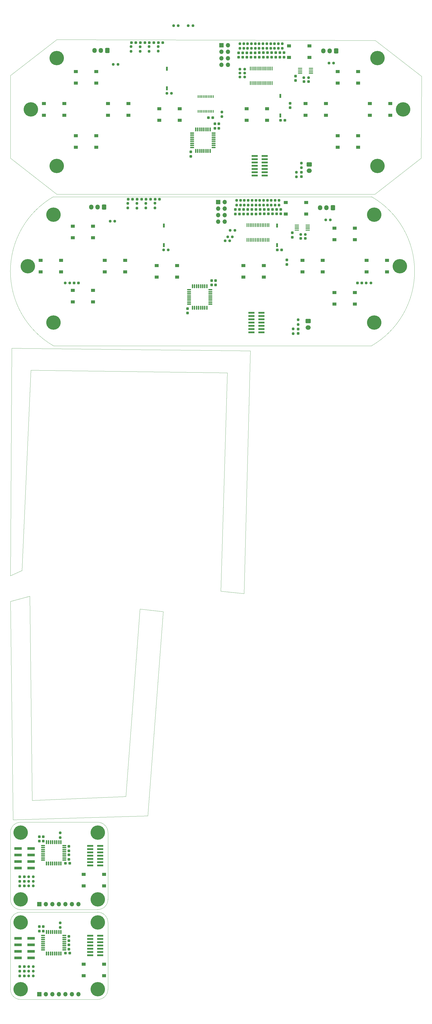
<source format=gbr>
%TF.GenerationSoftware,KiCad,Pcbnew,7.0.6-7.0.6~ubuntu20.04.1*%
%TF.CreationDate,2023-07-11T09:16:17+02:00*%
%TF.ProjectId,output_panel2023-07-11_071606.6965930000,6f757470-7574-45f7-9061-6e656c323032,rev?*%
%TF.SameCoordinates,Original*%
%TF.FileFunction,Soldermask,Top*%
%TF.FilePolarity,Negative*%
%FSLAX45Y45*%
G04 Gerber Fmt 4.5, Leading zero omitted, Abs format (unit mm)*
G04 Created by KiCad (PCBNEW 7.0.6-7.0.6~ubuntu20.04.1) date 2023-07-11 09:16:17*
%MOMM*%
%LPD*%
G01*
G04 APERTURE LIST*
G04 Aperture macros list*
%AMRoundRect*
0 Rectangle with rounded corners*
0 $1 Rounding radius*
0 $2 $3 $4 $5 $6 $7 $8 $9 X,Y pos of 4 corners*
0 Add a 4 corners polygon primitive as box body*
4,1,4,$2,$3,$4,$5,$6,$7,$8,$9,$2,$3,0*
0 Add four circle primitives for the rounded corners*
1,1,$1+$1,$2,$3*
1,1,$1+$1,$4,$5*
1,1,$1+$1,$6,$7*
1,1,$1+$1,$8,$9*
0 Add four rect primitives between the rounded corners*
20,1,$1+$1,$2,$3,$4,$5,0*
20,1,$1+$1,$4,$5,$6,$7,0*
20,1,$1+$1,$6,$7,$8,$9,0*
20,1,$1+$1,$8,$9,$2,$3,0*%
G04 Aperture macros list end*
%TA.AperFunction,Profile*%
%ADD10C,0.100000*%
%TD*%
%TA.AperFunction,Profile*%
%ADD11C,0.050000*%
%TD*%
%ADD12RoundRect,0.237500X-0.237500X0.300000X-0.237500X-0.300000X0.237500X-0.300000X0.237500X0.300000X0*%
%ADD13RoundRect,0.237500X-0.237500X0.287500X-0.237500X-0.287500X0.237500X-0.287500X0.237500X0.287500X0*%
%ADD14R,1.550000X1.300000*%
%ADD15RoundRect,0.237500X0.237500X-0.250000X0.237500X0.250000X-0.237500X0.250000X-0.237500X-0.250000X0*%
%ADD16RoundRect,0.100000X-0.712500X-0.100000X0.712500X-0.100000X0.712500X0.100000X-0.712500X0.100000X0*%
%ADD17RoundRect,0.237500X0.237500X-0.300000X0.237500X0.300000X-0.237500X0.300000X-0.237500X-0.300000X0*%
%ADD18RoundRect,0.250000X0.600000X0.725000X-0.600000X0.725000X-0.600000X-0.725000X0.600000X-0.725000X0*%
%ADD19O,1.700000X1.950000*%
%ADD20RoundRect,0.237500X0.250000X0.237500X-0.250000X0.237500X-0.250000X-0.237500X0.250000X-0.237500X0*%
%ADD21R,2.400000X0.740000*%
%ADD22RoundRect,0.237500X-0.237500X0.250000X-0.237500X-0.250000X0.237500X-0.250000X0.237500X0.250000X0*%
%ADD23R,1.700000X1.700000*%
%ADD24O,1.700000X1.700000*%
%ADD25RoundRect,0.237500X-0.250000X-0.237500X0.250000X-0.237500X0.250000X0.237500X-0.250000X0.237500X0*%
%ADD26R,3.000000X1.000000*%
%ADD27R,0.400000X1.000000*%
%ADD28RoundRect,0.100000X0.100000X-0.637500X0.100000X0.637500X-0.100000X0.637500X-0.100000X-0.637500X0*%
%ADD29RoundRect,0.237500X-0.287500X-0.237500X0.287500X-0.237500X0.287500X0.237500X-0.287500X0.237500X0*%
%ADD30RoundRect,0.237500X0.287500X0.237500X-0.287500X0.237500X-0.287500X-0.237500X0.287500X-0.237500X0*%
%ADD31C,5.600000*%
%ADD32RoundRect,0.125000X0.125000X-0.625000X0.125000X0.625000X-0.125000X0.625000X-0.125000X-0.625000X0*%
%ADD33RoundRect,0.125000X0.625000X-0.125000X0.625000X0.125000X-0.625000X0.125000X-0.625000X-0.125000X0*%
%ADD34RoundRect,0.125000X0.625000X0.125000X-0.625000X0.125000X-0.625000X-0.125000X0.625000X-0.125000X0*%
%ADD35RoundRect,0.125000X0.125000X0.625000X-0.125000X0.625000X-0.125000X-0.625000X0.125000X-0.625000X0*%
%ADD36RoundRect,0.237500X0.300000X0.237500X-0.300000X0.237500X-0.300000X-0.237500X0.300000X-0.237500X0*%
%ADD37RoundRect,0.237500X-0.300000X-0.237500X0.300000X-0.237500X0.300000X0.237500X-0.300000X0.237500X0*%
%ADD38R,0.760000X1.600000*%
%ADD39RoundRect,0.250000X-0.750000X0.600000X-0.750000X-0.600000X0.750000X-0.600000X0.750000X0.600000X0*%
%ADD40O,2.000000X1.700000*%
G04 APERTURE END LIST*
D10*
X1723822Y-6170000D02*
X14123822Y-6170000D01*
D11*
X49996Y-21918003D02*
X149997Y-30418003D01*
X99999Y-12069997D02*
X9399999Y-12169997D01*
X5099997Y-22218003D02*
X4549997Y-29518003D01*
D10*
X3450000Y-33917982D02*
G75*
G03*
X3850000Y-33517982I0J400000D01*
G01*
X16070000Y-1480000D02*
X16050000Y-4670000D01*
X3849998Y-30917982D02*
G75*
G03*
X3450000Y-30517982I-399998J2D01*
G01*
D11*
X499999Y-20719997D02*
X49999Y-20919997D01*
D10*
X50000Y-1450000D02*
X1850000Y-50000D01*
D11*
X9399999Y-12169997D02*
X9149999Y-21619997D01*
X49999Y-20919997D02*
X99999Y-12069997D01*
X849999Y-12919997D02*
X499999Y-20719997D01*
D10*
X50000Y-37017982D02*
X50000Y-34417982D01*
X450000Y-34017982D02*
G75*
G03*
X50000Y-34417982I0J-400000D01*
G01*
X50000Y-33517982D02*
X50000Y-30917982D01*
D11*
X149997Y-30418003D02*
X5399997Y-30268003D01*
D10*
X450000Y-30517982D02*
G75*
G03*
X50000Y-30917982I0J-400000D01*
G01*
D11*
X799996Y-21718003D02*
X49996Y-21918003D01*
X4549997Y-29518003D02*
X899996Y-29668003D01*
X1723822Y-6170000D02*
G75*
G03*
X1723822Y-11970000I1674316J-2900000D01*
G01*
X8499999Y-13019997D02*
X849999Y-12919997D01*
D10*
X14270000Y-90000D02*
X16070000Y-1480000D01*
X3450000Y-37417982D02*
X450000Y-37417982D01*
X450000Y-30517982D02*
X3450000Y-30517982D01*
X3849998Y-34417982D02*
G75*
G03*
X3450000Y-34017982I-399998J2D01*
G01*
X3850000Y-30917982D02*
X3850000Y-33517982D01*
X1723822Y-11970000D02*
X14123822Y-11970000D01*
D11*
X899996Y-29668003D02*
X799996Y-21718003D01*
X5399997Y-30268003D02*
X5999996Y-22318003D01*
X14123822Y-11970000D02*
G75*
G03*
X14123822Y-6170000I-1674316J2900000D01*
G01*
D10*
X1850000Y-50000D02*
X14270000Y-90000D01*
X450000Y-34017982D02*
X3450000Y-34017982D01*
X3450000Y-33917982D02*
X450000Y-33917982D01*
X50000Y-33517982D02*
G75*
G03*
X450000Y-33917982I400000J0D01*
G01*
X14250000Y-6070000D02*
X1850000Y-6070000D01*
X50000Y-37017982D02*
G75*
G03*
X450000Y-37417982I400000J0D01*
G01*
X3450000Y-37417982D02*
G75*
G03*
X3850000Y-37017982I0J400000D01*
G01*
D11*
X8249999Y-21519997D02*
X8499999Y-13019997D01*
D10*
X1850000Y-6070000D02*
X50000Y-4670000D01*
X50000Y-4670000D02*
X50000Y-1450000D01*
D11*
X9149999Y-21619997D02*
X8249999Y-21519997D01*
D10*
X16050000Y-4670000D02*
X14250000Y-6070000D01*
X3850000Y-34417982D02*
X3850000Y-37017982D01*
D11*
X5999996Y-22318003D02*
X5099997Y-22218003D01*
D12*
X8172400Y-3330950D03*
X8172400Y-3503450D03*
D13*
X9422500Y-565000D03*
X9422500Y-740000D03*
D14*
X3697500Y-36492982D03*
X2902500Y-36492982D03*
X3697500Y-36042982D03*
X2902500Y-36042982D03*
D13*
X9102500Y-565000D03*
X9102500Y-740000D03*
D14*
X13926322Y-8645000D03*
X14721322Y-8645000D03*
X13926322Y-9095000D03*
X14721322Y-9095000D03*
D13*
X10261322Y-6662500D03*
X10261322Y-6837500D03*
D12*
X8046222Y-9430950D03*
X8046222Y-9603450D03*
D15*
X10640000Y-392500D03*
X10640000Y-210000D03*
D16*
X11212572Y-7272500D03*
X11212572Y-7337500D03*
X11212572Y-7402500D03*
X11212572Y-7467500D03*
X11635072Y-7467500D03*
X11635072Y-7402500D03*
X11635072Y-7337500D03*
X11635072Y-7272500D03*
D17*
X1330000Y-31254232D03*
X1330000Y-31081732D03*
D12*
X7893822Y-9430950D03*
X7893822Y-9603450D03*
D18*
X3698822Y-6572500D03*
D19*
X3448822Y-6572500D03*
X3198822Y-6572500D03*
D17*
X2326000Y-31959482D03*
X2326000Y-31786982D03*
D15*
X10040000Y-392500D03*
X10040000Y-210000D03*
D20*
X8796072Y-7480000D03*
X8613572Y-7480000D03*
D17*
X1180000Y-34754232D03*
X1180000Y-34581732D03*
D20*
X9178050Y-1359800D03*
X8995550Y-1359800D03*
D21*
X3545000Y-35698982D03*
X3155000Y-35698982D03*
X3545000Y-35571982D03*
X3155000Y-35571982D03*
X3545000Y-35444982D03*
X3155000Y-35444982D03*
X3545000Y-35317982D03*
X3155000Y-35317982D03*
X3545000Y-35190982D03*
X3155000Y-35190982D03*
X3545000Y-35063982D03*
X3155000Y-35063982D03*
X3545000Y-34936982D03*
X3155000Y-34936982D03*
D22*
X5455000Y-326250D03*
X5455000Y-508750D03*
D18*
X12740400Y-496200D03*
D19*
X12490400Y-496200D03*
X12240400Y-496200D03*
D23*
X1175000Y-37207982D03*
D24*
X1429000Y-37207982D03*
X1683000Y-37207982D03*
X1937000Y-37207982D03*
X2191000Y-37207982D03*
X2445000Y-37207982D03*
X2699000Y-37207982D03*
D15*
X9463822Y-6492500D03*
X9463822Y-6310000D03*
X8863822Y-6492500D03*
X8863822Y-6310000D03*
D22*
X5810000Y-321250D03*
X5810000Y-503750D03*
D25*
X8413572Y-7880000D03*
X8596072Y-7880000D03*
D13*
X9582500Y-565000D03*
X9582500Y-740000D03*
D20*
X8696072Y-7730000D03*
X8513572Y-7730000D03*
D14*
X9126322Y-8845000D03*
X9921322Y-8845000D03*
X9126322Y-9295000D03*
X9921322Y-9295000D03*
D13*
X10547500Y-562500D03*
X10547500Y-737500D03*
D26*
X348000Y-35798982D03*
X852000Y-35798982D03*
X348000Y-35544982D03*
X852000Y-35544982D03*
X348000Y-35290982D03*
X852000Y-35290982D03*
X348000Y-35036982D03*
X852000Y-35036982D03*
D15*
X9313822Y-6492500D03*
X9313822Y-6310000D03*
X9140000Y-392500D03*
X9140000Y-210000D03*
D14*
X2602500Y-3795000D03*
X3397500Y-3795000D03*
X2602500Y-4245000D03*
X3397500Y-4245000D03*
D27*
X7365000Y-2850000D03*
X7430000Y-2850000D03*
X7495000Y-2850000D03*
X7560000Y-2850000D03*
X7625000Y-2850000D03*
X7690000Y-2850000D03*
X7755000Y-2850000D03*
X7820000Y-2850000D03*
X7885000Y-2850000D03*
X7950000Y-2850000D03*
X7950000Y-2270000D03*
X7885000Y-2270000D03*
X7820000Y-2270000D03*
X7755000Y-2270000D03*
X7690000Y-2270000D03*
X7625000Y-2270000D03*
X7560000Y-2270000D03*
X7495000Y-2270000D03*
X7430000Y-2270000D03*
X7365000Y-2270000D03*
D13*
X10067500Y-562500D03*
X10067500Y-737500D03*
D25*
X3932572Y-7120000D03*
X4115072Y-7120000D03*
X8995550Y-1512200D03*
X9178050Y-1512200D03*
D12*
X11155000Y-1473750D03*
X11155000Y-1646250D03*
D13*
X9136322Y-6665000D03*
X9136322Y-6840000D03*
D14*
X2476322Y-9815000D03*
X3271322Y-9815000D03*
X2476322Y-10265000D03*
X3271322Y-10265000D03*
D28*
X9400900Y-1747650D03*
X9465900Y-1747650D03*
X9530900Y-1747650D03*
X9595900Y-1747650D03*
X9660900Y-1747650D03*
X9725900Y-1747650D03*
X9790900Y-1747650D03*
X9855900Y-1747650D03*
X9920900Y-1747650D03*
X9985900Y-1747650D03*
X10050900Y-1747650D03*
X10115900Y-1747650D03*
X10180900Y-1747650D03*
X10245900Y-1747650D03*
X10245900Y-1175150D03*
X10180900Y-1175150D03*
X10115900Y-1175150D03*
X10050900Y-1175150D03*
X9985900Y-1175150D03*
X9920900Y-1175150D03*
X9855900Y-1175150D03*
X9790900Y-1175150D03*
X9725900Y-1175150D03*
X9660900Y-1175150D03*
X9595900Y-1175150D03*
X9530900Y-1175150D03*
X9465900Y-1175150D03*
X9400900Y-1175150D03*
D25*
X12332572Y-7070000D03*
X12515072Y-7070000D03*
D18*
X3825000Y-472500D03*
D19*
X3575000Y-472500D03*
X3325000Y-472500D03*
D13*
X10227500Y-562500D03*
X10227500Y-737500D03*
D14*
X11552500Y-2545000D03*
X12347500Y-2545000D03*
X11552500Y-2995000D03*
X12347500Y-2995000D03*
D29*
X4986322Y-6270000D03*
X5161322Y-6270000D03*
D28*
X9274722Y-7847650D03*
X9339722Y-7847650D03*
X9404722Y-7847650D03*
X9469722Y-7847650D03*
X9534722Y-7847650D03*
X9599722Y-7847650D03*
X9664722Y-7847650D03*
X9729722Y-7847650D03*
X9794722Y-7847650D03*
X9859722Y-7847650D03*
X9924722Y-7847650D03*
X9989722Y-7847650D03*
X10054722Y-7847650D03*
X10119722Y-7847650D03*
X10119722Y-7275150D03*
X10054722Y-7275150D03*
X9989722Y-7275150D03*
X9924722Y-7275150D03*
X9859722Y-7275150D03*
X9794722Y-7275150D03*
X9729722Y-7275150D03*
X9664722Y-7275150D03*
X9599722Y-7275150D03*
X9534722Y-7275150D03*
X9469722Y-7275150D03*
X9404722Y-7275150D03*
X9339722Y-7275150D03*
X9274722Y-7275150D03*
D22*
X11390000Y-4858750D03*
X11390000Y-5041250D03*
D30*
X589375Y-36317982D03*
X414375Y-36317982D03*
D29*
X5686322Y-6270000D03*
X5861322Y-6270000D03*
D15*
X10190000Y-392500D03*
X10190000Y-210000D03*
X10490000Y-392500D03*
X10490000Y-210000D03*
D29*
X4636322Y-6270000D03*
X4811322Y-6270000D03*
D31*
X450000Y-33517982D03*
D13*
X9296322Y-6665000D03*
X9296322Y-6840000D03*
D25*
X760625Y-32637982D03*
X943125Y-32637982D03*
D15*
X1992000Y-31116232D03*
X1992000Y-30933732D03*
D25*
X13913775Y-9525000D03*
X14096275Y-9525000D03*
X760625Y-36137982D03*
X943125Y-36137982D03*
D32*
X7270000Y-4387500D03*
X7350000Y-4387500D03*
X7430000Y-4387500D03*
X7510000Y-4387500D03*
X7590000Y-4387500D03*
X7670000Y-4387500D03*
X7750000Y-4387500D03*
X7830000Y-4387500D03*
D33*
X7967500Y-4250000D03*
X7967500Y-4170000D03*
X7967500Y-4090000D03*
X7967500Y-4010000D03*
X7967500Y-3930000D03*
X7967500Y-3850000D03*
X7967500Y-3770000D03*
X7967500Y-3690000D03*
D32*
X7830000Y-3552500D03*
X7750000Y-3552500D03*
X7670000Y-3552500D03*
X7590000Y-3552500D03*
X7510000Y-3552500D03*
X7430000Y-3552500D03*
X7350000Y-3552500D03*
X7270000Y-3552500D03*
D33*
X7132500Y-3690000D03*
X7132500Y-3770000D03*
X7132500Y-3850000D03*
X7132500Y-3930000D03*
X7132500Y-4010000D03*
X7132500Y-4090000D03*
X7132500Y-4170000D03*
X7132500Y-4250000D03*
D30*
X589375Y-36497982D03*
X414375Y-36497982D03*
D25*
X12458750Y-970000D03*
X12641250Y-970000D03*
D15*
X10340000Y-392500D03*
X10340000Y-210000D03*
X9013822Y-6492500D03*
X9013822Y-6310000D03*
D13*
X9262500Y-565000D03*
X9262500Y-740000D03*
D15*
X8990000Y-392500D03*
X8990000Y-210000D03*
D30*
X589375Y-32997982D03*
X414375Y-32997982D03*
D17*
X7080200Y-4595650D03*
X7080200Y-4423150D03*
D14*
X5747322Y-8845000D03*
X6542322Y-8845000D03*
X5747322Y-9295000D03*
X6542322Y-9295000D03*
D34*
X2152500Y-31987982D03*
X2152500Y-31907982D03*
X2152500Y-31827982D03*
X2152500Y-31747982D03*
X2152500Y-31667982D03*
X2152500Y-31587982D03*
X2152500Y-31507982D03*
X2152500Y-31427982D03*
D35*
X2015000Y-31290482D03*
X1935000Y-31290482D03*
X1855000Y-31290482D03*
X1775000Y-31290482D03*
X1695000Y-31290482D03*
X1615000Y-31290482D03*
X1535000Y-31290482D03*
X1455000Y-31290482D03*
D34*
X1317500Y-31427982D03*
X1317500Y-31507982D03*
X1317500Y-31587982D03*
X1317500Y-31667982D03*
X1317500Y-31747982D03*
X1317500Y-31827982D03*
X1317500Y-31907982D03*
X1317500Y-31987982D03*
D35*
X1455000Y-32125482D03*
X1535000Y-32125482D03*
X1615000Y-32125482D03*
X1695000Y-32125482D03*
X1775000Y-32125482D03*
X1855000Y-32125482D03*
X1935000Y-32125482D03*
X2015000Y-32125482D03*
D15*
X10213822Y-6492500D03*
X10213822Y-6310000D03*
D31*
X15223822Y-8870000D03*
D21*
X3545000Y-32198982D03*
X3155000Y-32198982D03*
X3545000Y-32071982D03*
X3155000Y-32071982D03*
X3545000Y-31944982D03*
X3155000Y-31944982D03*
X3545000Y-31817982D03*
X3155000Y-31817982D03*
X3545000Y-31690982D03*
X3155000Y-31690982D03*
X3545000Y-31563982D03*
X3155000Y-31563982D03*
X3545000Y-31436982D03*
X3155000Y-31436982D03*
D31*
X1850000Y-4970000D03*
D14*
X2476322Y-7315000D03*
X3271322Y-7315000D03*
X2476322Y-7765000D03*
X3271322Y-7765000D03*
D16*
X11338750Y-1172500D03*
X11338750Y-1237500D03*
X11338750Y-1302500D03*
X11338750Y-1367500D03*
X11761250Y-1367500D03*
X11761250Y-1302500D03*
X11761250Y-1237500D03*
X11761250Y-1172500D03*
D15*
X9590000Y-392500D03*
X9590000Y-210000D03*
X9290000Y-392500D03*
X9290000Y-210000D03*
D22*
X11063822Y-11312500D03*
X11063822Y-11495000D03*
D31*
X3450000Y-30917982D03*
X14223822Y-11070000D03*
D14*
X1226322Y-8645000D03*
X2021322Y-8645000D03*
X1226322Y-9095000D03*
X2021322Y-9095000D03*
D31*
X723822Y-8870000D03*
D23*
X1175000Y-33707982D03*
D24*
X1429000Y-33707982D03*
X1683000Y-33707982D03*
X1937000Y-33707982D03*
X2191000Y-33707982D03*
X2445000Y-33707982D03*
X2699000Y-33707982D03*
D29*
X11362322Y-7790000D03*
X11537322Y-7790000D03*
D13*
X9456322Y-6665000D03*
X9456322Y-6840000D03*
D20*
X2365870Y-9525000D03*
X2183370Y-9525000D03*
D36*
X13741275Y-9525000D03*
X13568775Y-9525000D03*
D14*
X14052500Y-2545000D03*
X14847500Y-2545000D03*
X14052500Y-2995000D03*
X14847500Y-2995000D03*
D30*
X589375Y-32637982D03*
X414375Y-32637982D03*
D13*
X9781322Y-6662500D03*
X9781322Y-6837500D03*
D37*
X2528370Y-9525000D03*
X2700870Y-9525000D03*
D31*
X14223822Y-6870000D03*
D22*
X5328822Y-6426250D03*
X5328822Y-6608750D03*
D31*
X14350000Y-4970000D03*
D14*
X3852500Y-2545000D03*
X4647500Y-2545000D03*
X3852500Y-2995000D03*
X4647500Y-2995000D03*
X9252500Y-2745000D03*
X10047500Y-2745000D03*
X9252500Y-3195000D03*
X10047500Y-3195000D03*
D13*
X9941322Y-6662500D03*
X9941322Y-6837500D03*
D25*
X4058750Y-1020000D03*
X4241250Y-1020000D03*
X6143750Y-2140000D03*
X6326250Y-2140000D03*
D30*
X589375Y-36137982D03*
X414375Y-36137982D03*
D14*
X11426322Y-8645000D03*
X12221322Y-8645000D03*
X11426322Y-9095000D03*
X12221322Y-9095000D03*
D17*
X2326000Y-31629232D03*
X2326000Y-31456732D03*
D22*
X11263822Y-10958750D03*
X11263822Y-11141250D03*
D25*
X6017572Y-8240000D03*
X6200072Y-8240000D03*
D29*
X5812500Y-170000D03*
X5987500Y-170000D03*
D37*
X10573250Y-3197000D03*
X10745750Y-3197000D03*
D12*
X10823322Y-8632000D03*
X10823322Y-8804500D03*
D21*
X9441322Y-10683000D03*
X9831322Y-10683000D03*
X9441322Y-10810000D03*
X9831322Y-10810000D03*
X9441322Y-10937000D03*
X9831322Y-10937000D03*
X9441322Y-11064000D03*
X9831322Y-11064000D03*
X9441322Y-11191000D03*
X9831322Y-11191000D03*
X9441322Y-11318000D03*
X9831322Y-11318000D03*
X9441322Y-11445000D03*
X9831322Y-11445000D03*
D18*
X12614222Y-6596200D03*
D19*
X12364222Y-6596200D03*
X12114222Y-6596200D03*
D14*
X1352500Y-2545000D03*
X2147500Y-2545000D03*
X1352500Y-2995000D03*
X2147500Y-2995000D03*
D29*
X5462500Y-170000D03*
X5637500Y-170000D03*
D14*
X2602500Y-1295000D03*
X3397500Y-1295000D03*
X2602500Y-1745000D03*
X3397500Y-1745000D03*
X12802500Y-1295000D03*
X13597500Y-1295000D03*
X12802500Y-1745000D03*
X13597500Y-1745000D03*
D13*
X10101322Y-6662500D03*
X10101322Y-6837500D03*
D31*
X3450000Y-37017982D03*
D15*
X8290000Y-3050000D03*
X8290000Y-2867500D03*
D13*
X10710000Y-562500D03*
X10710000Y-737500D03*
D15*
X1992000Y-34616232D03*
X1992000Y-34433732D03*
D14*
X12676322Y-7395000D03*
X13471322Y-7395000D03*
X12676322Y-7845000D03*
X13471322Y-7845000D03*
D31*
X450000Y-34417982D03*
D25*
X760625Y-36317982D03*
X943125Y-36317982D03*
D15*
X9440000Y-392500D03*
X9440000Y-210000D03*
D34*
X2152500Y-35487982D03*
X2152500Y-35407982D03*
X2152500Y-35327982D03*
X2152500Y-35247982D03*
X2152500Y-35167982D03*
X2152500Y-35087982D03*
X2152500Y-35007982D03*
X2152500Y-34927982D03*
D35*
X2015000Y-34790482D03*
X1935000Y-34790482D03*
X1855000Y-34790482D03*
X1775000Y-34790482D03*
X1695000Y-34790482D03*
X1615000Y-34790482D03*
X1535000Y-34790482D03*
X1455000Y-34790482D03*
D34*
X1317500Y-34927982D03*
X1317500Y-35007982D03*
X1317500Y-35087982D03*
X1317500Y-35167982D03*
X1317500Y-35247982D03*
X1317500Y-35327982D03*
X1317500Y-35407982D03*
X1317500Y-35487982D03*
D35*
X1455000Y-35625482D03*
X1535000Y-35625482D03*
X1615000Y-35625482D03*
X1695000Y-35625482D03*
X1775000Y-35625482D03*
X1855000Y-35625482D03*
X1935000Y-35625482D03*
X2015000Y-35625482D03*
D20*
X9178050Y-1207400D03*
X8995550Y-1207400D03*
D15*
X9613822Y-6492500D03*
X9613822Y-6310000D03*
D17*
X2326000Y-35459482D03*
X2326000Y-35286982D03*
D38*
X10440822Y-8051000D03*
X10440822Y-7289000D03*
D12*
X10949500Y-2532000D03*
X10949500Y-2704500D03*
D14*
X3697500Y-32992982D03*
X2902500Y-32992982D03*
X3697500Y-32542982D03*
X2902500Y-32542982D03*
D32*
X7143822Y-10487500D03*
X7223822Y-10487500D03*
X7303822Y-10487500D03*
X7383822Y-10487500D03*
X7463822Y-10487500D03*
X7543822Y-10487500D03*
X7623822Y-10487500D03*
X7703822Y-10487500D03*
D33*
X7841322Y-10350000D03*
X7841322Y-10270000D03*
X7841322Y-10190000D03*
X7841322Y-10110000D03*
X7841322Y-10030000D03*
X7841322Y-9950000D03*
X7841322Y-9870000D03*
X7841322Y-9790000D03*
D32*
X7703822Y-9652500D03*
X7623822Y-9652500D03*
X7543822Y-9652500D03*
X7463822Y-9652500D03*
X7383822Y-9652500D03*
X7303822Y-9652500D03*
X7223822Y-9652500D03*
X7143822Y-9652500D03*
D33*
X7006322Y-9790000D03*
X7006322Y-9870000D03*
X7006322Y-9950000D03*
X7006322Y-10030000D03*
X7006322Y-10110000D03*
X7006322Y-10190000D03*
X7006322Y-10270000D03*
X7006322Y-10350000D03*
D22*
X4752500Y-326250D03*
X4752500Y-508750D03*
D15*
X9740000Y-392500D03*
X9740000Y-210000D03*
D36*
X7936250Y-3090000D03*
X7763750Y-3090000D03*
D13*
X8816322Y-6665000D03*
X8816322Y-6840000D03*
D22*
X5683822Y-6421250D03*
X5683822Y-6603750D03*
D25*
X6978750Y490000D03*
X7161250Y490000D03*
D31*
X1850000Y-770000D03*
X450000Y-37017982D03*
D15*
X9890000Y-392500D03*
X9890000Y-210000D03*
D23*
X8143822Y-6376000D03*
D24*
X8397822Y-6376000D03*
X8143822Y-6630000D03*
X8397822Y-6630000D03*
X8143822Y-6884000D03*
X8397822Y-6884000D03*
X8143822Y-7138000D03*
X8397822Y-7138000D03*
D25*
X11358572Y-7637600D03*
X11541072Y-7637600D03*
D13*
X9745000Y-563750D03*
X9745000Y-738750D03*
D14*
X5852500Y-2745000D03*
X6647500Y-2745000D03*
X5852500Y-3195000D03*
X6647500Y-3195000D03*
X12676322Y-9895000D03*
X13471322Y-9895000D03*
X12676322Y-10345000D03*
X13471322Y-10345000D03*
D30*
X589375Y-32817982D03*
X414375Y-32817982D03*
D25*
X760625Y-32997982D03*
X943125Y-32997982D03*
D13*
X10583822Y-6662500D03*
X10583822Y-6837500D03*
D25*
X760625Y-36497982D03*
X943125Y-36497982D03*
D37*
X2189000Y-32111982D03*
X2361500Y-32111982D03*
D29*
X11488500Y-1690000D03*
X11663500Y-1690000D03*
D23*
X8270000Y-276000D03*
D24*
X8524000Y-276000D03*
X8270000Y-530000D03*
X8524000Y-530000D03*
X8270000Y-784000D03*
X8524000Y-784000D03*
X8270000Y-1038000D03*
X8524000Y-1038000D03*
D17*
X2326000Y-35129232D03*
X2326000Y-34956732D03*
D15*
X9160822Y-6492500D03*
X9160822Y-6310000D03*
D13*
X9907500Y-562500D03*
X9907500Y-737500D03*
D12*
X6954022Y-10523150D03*
X6954022Y-10695650D03*
D38*
X10567000Y-3008000D03*
X10567000Y-2246000D03*
D25*
X6407500Y490000D03*
X6590000Y490000D03*
X760625Y-32817982D03*
X943125Y-32817982D03*
D15*
X10363822Y-6492500D03*
X10363822Y-6310000D03*
X10063822Y-6492500D03*
X10063822Y-6310000D03*
D12*
X8020000Y-3330950D03*
X8020000Y-3503450D03*
D15*
X9913822Y-6492500D03*
X9913822Y-6310000D03*
D12*
X11390000Y-5217500D03*
X11390000Y-5390000D03*
D29*
X5336322Y-6270000D03*
X5511322Y-6270000D03*
D31*
X850000Y-2770000D03*
D14*
X10902500Y-295000D03*
X11697500Y-295000D03*
X10902500Y-745000D03*
X11697500Y-745000D03*
D13*
X10421322Y-6662500D03*
X10421322Y-6837500D03*
D38*
X6150000Y-1951000D03*
X6150000Y-1189000D03*
D29*
X4762500Y-170000D03*
X4937500Y-170000D03*
X5112500Y-170000D03*
X5287500Y-170000D03*
D14*
X12802500Y-3795000D03*
X13597500Y-3795000D03*
X12802500Y-4245000D03*
X13597500Y-4245000D03*
D31*
X15350000Y-2770000D03*
D37*
X2189000Y-35611982D03*
X2361500Y-35611982D03*
D21*
X9567500Y-4583000D03*
X9957500Y-4583000D03*
X9567500Y-4710000D03*
X9957500Y-4710000D03*
X9567500Y-4837000D03*
X9957500Y-4837000D03*
X9567500Y-4964000D03*
X9957500Y-4964000D03*
X9567500Y-5091000D03*
X9957500Y-5091000D03*
X9567500Y-5218000D03*
X9957500Y-5218000D03*
X9567500Y-5345000D03*
X9957500Y-5345000D03*
D25*
X11484750Y-1537600D03*
X11667250Y-1537600D03*
D22*
X4976322Y-6428750D03*
X4976322Y-6611250D03*
X5102500Y-328750D03*
X5102500Y-511250D03*
D15*
X10513822Y-6492500D03*
X10513822Y-6310000D03*
D22*
X11190000Y-5212500D03*
X11190000Y-5395000D03*
D13*
X9619822Y-6663750D03*
X9619822Y-6838750D03*
D14*
X3726322Y-8645000D03*
X4521322Y-8645000D03*
X3726322Y-9095000D03*
X4521322Y-9095000D03*
D15*
X9763822Y-6492500D03*
X9763822Y-6310000D03*
D14*
X10776322Y-6395000D03*
X11571322Y-6395000D03*
X10776322Y-6845000D03*
X11571322Y-6845000D03*
D31*
X1723822Y-11070000D03*
D37*
X10447072Y-8240000D03*
X10619572Y-8240000D03*
D17*
X1330000Y-34754232D03*
X1330000Y-34581732D03*
D13*
X10387500Y-562500D03*
X10387500Y-737500D03*
D38*
X6023822Y-8051000D03*
X6023822Y-7289000D03*
D31*
X3450000Y-34417982D03*
D12*
X11028822Y-7573750D03*
X11028822Y-7746250D03*
D31*
X3450000Y-33517982D03*
D13*
X8942500Y-565000D03*
X8942500Y-740000D03*
D22*
X4626322Y-6426250D03*
X4626322Y-6608750D03*
D31*
X450000Y-30917982D03*
D26*
X348000Y-32298982D03*
X852000Y-32298982D03*
X348000Y-32044982D03*
X852000Y-32044982D03*
X348000Y-31790982D03*
X852000Y-31790982D03*
X348000Y-31536982D03*
X852000Y-31536982D03*
D12*
X11263822Y-11317500D03*
X11263822Y-11490000D03*
D13*
X8976222Y-6665000D03*
X8976222Y-6840000D03*
D17*
X1180000Y-31254232D03*
X1180000Y-31081732D03*
D31*
X1723822Y-6870000D03*
X14350000Y-770000D03*
D39*
X11690000Y-4910000D03*
D40*
X11690000Y-5160000D03*
D39*
X11651322Y-11010000D03*
D40*
X11651322Y-11260000D03*
M02*

</source>
